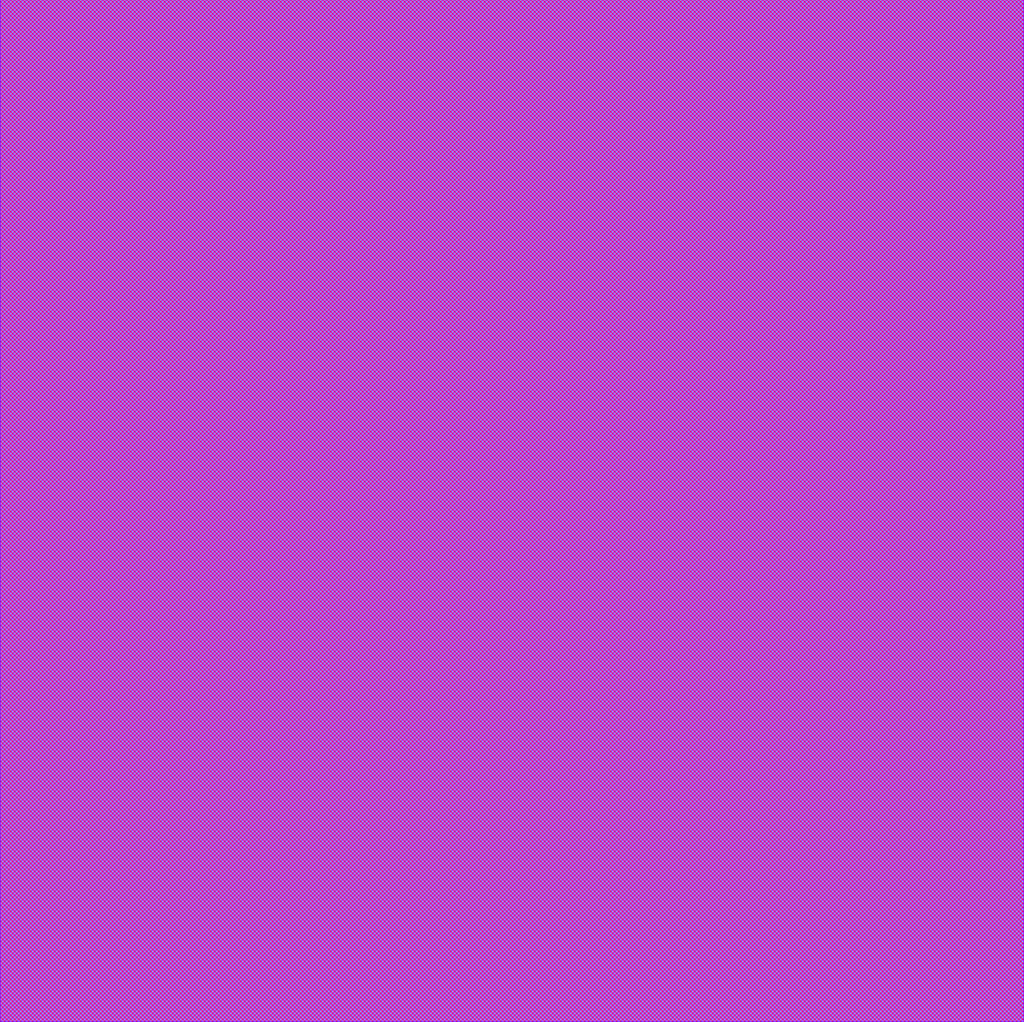
<source format=lef>
##
## LEF for PtnCells ;
## created by Innovus v15.23-s045_1 on Sat Mar 15 21:03:53 2025
##

VERSION 5.8 ;

BUSBITCHARS "[]" ;
DIVIDERCHAR "/" ;

MACRO core
  CLASS BLOCK ;
  SIZE 614.0000 BY 613.4000 ;
  FOREIGN core 0.0000 0.0000 ;
  ORIGIN 0 0 ;
  SYMMETRY X Y R90 ;
  PIN clk
    DIRECTION INPUT ;
    USE SIGNAL ;
  END clk
  PIN sum_out[23]
    DIRECTION OUTPUT ;
    USE SIGNAL ;
  END sum_out[23]
  PIN sum_out[22]
    DIRECTION OUTPUT ;
    USE SIGNAL ;
  END sum_out[22]
  PIN sum_out[21]
    DIRECTION OUTPUT ;
    USE SIGNAL ;
  END sum_out[21]
  PIN sum_out[20]
    DIRECTION OUTPUT ;
    USE SIGNAL ;
  END sum_out[20]
  PIN sum_out[19]
    DIRECTION OUTPUT ;
    USE SIGNAL ;
  END sum_out[19]
  PIN sum_out[18]
    DIRECTION OUTPUT ;
    USE SIGNAL ;
  END sum_out[18]
  PIN sum_out[17]
    DIRECTION OUTPUT ;
    USE SIGNAL ;
  END sum_out[17]
  PIN sum_out[16]
    DIRECTION OUTPUT ;
    USE SIGNAL ;
  END sum_out[16]
  PIN sum_out[15]
    DIRECTION OUTPUT ;
    USE SIGNAL ;
  END sum_out[15]
  PIN sum_out[14]
    DIRECTION OUTPUT ;
    USE SIGNAL ;
  END sum_out[14]
  PIN sum_out[13]
    DIRECTION OUTPUT ;
    USE SIGNAL ;
  END sum_out[13]
  PIN sum_out[12]
    DIRECTION OUTPUT ;
    USE SIGNAL ;
  END sum_out[12]
  PIN sum_out[11]
    DIRECTION OUTPUT ;
    USE SIGNAL ;
  END sum_out[11]
  PIN sum_out[10]
    DIRECTION OUTPUT ;
    USE SIGNAL ;
  END sum_out[10]
  PIN sum_out[9]
    DIRECTION OUTPUT ;
    USE SIGNAL ;
  END sum_out[9]
  PIN sum_out[8]
    DIRECTION OUTPUT ;
    USE SIGNAL ;
  END sum_out[8]
  PIN sum_out[7]
    DIRECTION OUTPUT ;
    USE SIGNAL ;
  END sum_out[7]
  PIN sum_out[6]
    DIRECTION OUTPUT ;
    USE SIGNAL ;
  END sum_out[6]
  PIN sum_out[5]
    DIRECTION OUTPUT ;
    USE SIGNAL ;
  END sum_out[5]
  PIN sum_out[4]
    DIRECTION OUTPUT ;
    USE SIGNAL ;
  END sum_out[4]
  PIN sum_out[3]
    DIRECTION OUTPUT ;
    USE SIGNAL ;
  END sum_out[3]
  PIN sum_out[2]
    DIRECTION OUTPUT ;
    USE SIGNAL ;
  END sum_out[2]
  PIN sum_out[1]
    DIRECTION OUTPUT ;
    USE SIGNAL ;
  END sum_out[1]
  PIN sum_out[0]
    DIRECTION OUTPUT ;
    USE SIGNAL ;
  END sum_out[0]
  PIN mem_in[63]
    DIRECTION INPUT ;
    USE SIGNAL ;
  END mem_in[63]
  PIN mem_in[62]
    DIRECTION INPUT ;
    USE SIGNAL ;
  END mem_in[62]
  PIN mem_in[61]
    DIRECTION INPUT ;
    USE SIGNAL ;
  END mem_in[61]
  PIN mem_in[60]
    DIRECTION INPUT ;
    USE SIGNAL ;
  END mem_in[60]
  PIN mem_in[59]
    DIRECTION INPUT ;
    USE SIGNAL ;
  END mem_in[59]
  PIN mem_in[58]
    DIRECTION INPUT ;
    USE SIGNAL ;
  END mem_in[58]
  PIN mem_in[57]
    DIRECTION INPUT ;
    USE SIGNAL ;
  END mem_in[57]
  PIN mem_in[56]
    DIRECTION INPUT ;
    USE SIGNAL ;
  END mem_in[56]
  PIN mem_in[55]
    DIRECTION INPUT ;
    USE SIGNAL ;
  END mem_in[55]
  PIN mem_in[54]
    DIRECTION INPUT ;
    USE SIGNAL ;
  END mem_in[54]
  PIN mem_in[53]
    DIRECTION INPUT ;
    USE SIGNAL ;
  END mem_in[53]
  PIN mem_in[52]
    DIRECTION INPUT ;
    USE SIGNAL ;
  END mem_in[52]
  PIN mem_in[51]
    DIRECTION INPUT ;
    USE SIGNAL ;
  END mem_in[51]
  PIN mem_in[50]
    DIRECTION INPUT ;
    USE SIGNAL ;
  END mem_in[50]
  PIN mem_in[49]
    DIRECTION INPUT ;
    USE SIGNAL ;
  END mem_in[49]
  PIN mem_in[48]
    DIRECTION INPUT ;
    USE SIGNAL ;
  END mem_in[48]
  PIN mem_in[47]
    DIRECTION INPUT ;
    USE SIGNAL ;
  END mem_in[47]
  PIN mem_in[46]
    DIRECTION INPUT ;
    USE SIGNAL ;
  END mem_in[46]
  PIN mem_in[45]
    DIRECTION INPUT ;
    USE SIGNAL ;
  END mem_in[45]
  PIN mem_in[44]
    DIRECTION INPUT ;
    USE SIGNAL ;
  END mem_in[44]
  PIN mem_in[43]
    DIRECTION INPUT ;
    USE SIGNAL ;
  END mem_in[43]
  PIN mem_in[42]
    DIRECTION INPUT ;
    USE SIGNAL ;
  END mem_in[42]
  PIN mem_in[41]
    DIRECTION INPUT ;
    USE SIGNAL ;
  END mem_in[41]
  PIN mem_in[40]
    DIRECTION INPUT ;
    USE SIGNAL ;
  END mem_in[40]
  PIN mem_in[39]
    DIRECTION INPUT ;
    USE SIGNAL ;
  END mem_in[39]
  PIN mem_in[38]
    DIRECTION INPUT ;
    USE SIGNAL ;
  END mem_in[38]
  PIN mem_in[37]
    DIRECTION INPUT ;
    USE SIGNAL ;
  END mem_in[37]
  PIN mem_in[36]
    DIRECTION INPUT ;
    USE SIGNAL ;
  END mem_in[36]
  PIN mem_in[35]
    DIRECTION INPUT ;
    USE SIGNAL ;
  END mem_in[35]
  PIN mem_in[34]
    DIRECTION INPUT ;
    USE SIGNAL ;
  END mem_in[34]
  PIN mem_in[33]
    DIRECTION INPUT ;
    USE SIGNAL ;
  END mem_in[33]
  PIN mem_in[32]
    DIRECTION INPUT ;
    USE SIGNAL ;
  END mem_in[32]
  PIN mem_in[31]
    DIRECTION INPUT ;
    USE SIGNAL ;
  END mem_in[31]
  PIN mem_in[30]
    DIRECTION INPUT ;
    USE SIGNAL ;
  END mem_in[30]
  PIN mem_in[29]
    DIRECTION INPUT ;
    USE SIGNAL ;
  END mem_in[29]
  PIN mem_in[28]
    DIRECTION INPUT ;
    USE SIGNAL ;
  END mem_in[28]
  PIN mem_in[27]
    DIRECTION INPUT ;
    USE SIGNAL ;
  END mem_in[27]
  PIN mem_in[26]
    DIRECTION INPUT ;
    USE SIGNAL ;
  END mem_in[26]
  PIN mem_in[25]
    DIRECTION INPUT ;
    USE SIGNAL ;
  END mem_in[25]
  PIN mem_in[24]
    DIRECTION INPUT ;
    USE SIGNAL ;
  END mem_in[24]
  PIN mem_in[23]
    DIRECTION INPUT ;
    USE SIGNAL ;
  END mem_in[23]
  PIN mem_in[22]
    DIRECTION INPUT ;
    USE SIGNAL ;
  END mem_in[22]
  PIN mem_in[21]
    DIRECTION INPUT ;
    USE SIGNAL ;
  END mem_in[21]
  PIN mem_in[20]
    DIRECTION INPUT ;
    USE SIGNAL ;
  END mem_in[20]
  PIN mem_in[19]
    DIRECTION INPUT ;
    USE SIGNAL ;
  END mem_in[19]
  PIN mem_in[18]
    DIRECTION INPUT ;
    USE SIGNAL ;
  END mem_in[18]
  PIN mem_in[17]
    DIRECTION INPUT ;
    USE SIGNAL ;
  END mem_in[17]
  PIN mem_in[16]
    DIRECTION INPUT ;
    USE SIGNAL ;
  END mem_in[16]
  PIN mem_in[15]
    DIRECTION INPUT ;
    USE SIGNAL ;
  END mem_in[15]
  PIN mem_in[14]
    DIRECTION INPUT ;
    USE SIGNAL ;
  END mem_in[14]
  PIN mem_in[13]
    DIRECTION INPUT ;
    USE SIGNAL ;
  END mem_in[13]
  PIN mem_in[12]
    DIRECTION INPUT ;
    USE SIGNAL ;
  END mem_in[12]
  PIN mem_in[11]
    DIRECTION INPUT ;
    USE SIGNAL ;
  END mem_in[11]
  PIN mem_in[10]
    DIRECTION INPUT ;
    USE SIGNAL ;
  END mem_in[10]
  PIN mem_in[9]
    DIRECTION INPUT ;
    USE SIGNAL ;
  END mem_in[9]
  PIN mem_in[8]
    DIRECTION INPUT ;
    USE SIGNAL ;
  END mem_in[8]
  PIN mem_in[7]
    DIRECTION INPUT ;
    USE SIGNAL ;
  END mem_in[7]
  PIN mem_in[6]
    DIRECTION INPUT ;
    USE SIGNAL ;
  END mem_in[6]
  PIN mem_in[5]
    DIRECTION INPUT ;
    USE SIGNAL ;
  END mem_in[5]
  PIN mem_in[4]
    DIRECTION INPUT ;
    USE SIGNAL ;
  END mem_in[4]
  PIN mem_in[3]
    DIRECTION INPUT ;
    USE SIGNAL ;
  END mem_in[3]
  PIN mem_in[2]
    DIRECTION INPUT ;
    USE SIGNAL ;
  END mem_in[2]
  PIN mem_in[1]
    DIRECTION INPUT ;
    USE SIGNAL ;
  END mem_in[1]
  PIN mem_in[0]
    DIRECTION INPUT ;
    USE SIGNAL ;
  END mem_in[0]
  PIN out[159]
    DIRECTION OUTPUT ;
    USE SIGNAL ;
  END out[159]
  PIN out[158]
    DIRECTION OUTPUT ;
    USE SIGNAL ;
  END out[158]
  PIN out[157]
    DIRECTION OUTPUT ;
    USE SIGNAL ;
  END out[157]
  PIN out[156]
    DIRECTION OUTPUT ;
    USE SIGNAL ;
  END out[156]
  PIN out[155]
    DIRECTION OUTPUT ;
    USE SIGNAL ;
  END out[155]
  PIN out[154]
    DIRECTION OUTPUT ;
    USE SIGNAL ;
  END out[154]
  PIN out[153]
    DIRECTION OUTPUT ;
    USE SIGNAL ;
  END out[153]
  PIN out[152]
    DIRECTION OUTPUT ;
    USE SIGNAL ;
  END out[152]
  PIN out[151]
    DIRECTION OUTPUT ;
    USE SIGNAL ;
  END out[151]
  PIN out[150]
    DIRECTION OUTPUT ;
    USE SIGNAL ;
  END out[150]
  PIN out[149]
    DIRECTION OUTPUT ;
    USE SIGNAL ;
  END out[149]
  PIN out[148]
    DIRECTION OUTPUT ;
    USE SIGNAL ;
  END out[148]
  PIN out[147]
    DIRECTION OUTPUT ;
    USE SIGNAL ;
  END out[147]
  PIN out[146]
    DIRECTION OUTPUT ;
    USE SIGNAL ;
  END out[146]
  PIN out[145]
    DIRECTION OUTPUT ;
    USE SIGNAL ;
  END out[145]
  PIN out[144]
    DIRECTION OUTPUT ;
    USE SIGNAL ;
  END out[144]
  PIN out[143]
    DIRECTION OUTPUT ;
    USE SIGNAL ;
  END out[143]
  PIN out[142]
    DIRECTION OUTPUT ;
    USE SIGNAL ;
  END out[142]
  PIN out[141]
    DIRECTION OUTPUT ;
    USE SIGNAL ;
  END out[141]
  PIN out[140]
    DIRECTION OUTPUT ;
    USE SIGNAL ;
  END out[140]
  PIN out[139]
    DIRECTION OUTPUT ;
    USE SIGNAL ;
  END out[139]
  PIN out[138]
    DIRECTION OUTPUT ;
    USE SIGNAL ;
  END out[138]
  PIN out[137]
    DIRECTION OUTPUT ;
    USE SIGNAL ;
  END out[137]
  PIN out[136]
    DIRECTION OUTPUT ;
    USE SIGNAL ;
  END out[136]
  PIN out[135]
    DIRECTION OUTPUT ;
    USE SIGNAL ;
  END out[135]
  PIN out[134]
    DIRECTION OUTPUT ;
    USE SIGNAL ;
  END out[134]
  PIN out[133]
    DIRECTION OUTPUT ;
    USE SIGNAL ;
  END out[133]
  PIN out[132]
    DIRECTION OUTPUT ;
    USE SIGNAL ;
  END out[132]
  PIN out[131]
    DIRECTION OUTPUT ;
    USE SIGNAL ;
  END out[131]
  PIN out[130]
    DIRECTION OUTPUT ;
    USE SIGNAL ;
  END out[130]
  PIN out[129]
    DIRECTION OUTPUT ;
    USE SIGNAL ;
  END out[129]
  PIN out[128]
    DIRECTION OUTPUT ;
    USE SIGNAL ;
  END out[128]
  PIN out[127]
    DIRECTION OUTPUT ;
    USE SIGNAL ;
  END out[127]
  PIN out[126]
    DIRECTION OUTPUT ;
    USE SIGNAL ;
  END out[126]
  PIN out[125]
    DIRECTION OUTPUT ;
    USE SIGNAL ;
  END out[125]
  PIN out[124]
    DIRECTION OUTPUT ;
    USE SIGNAL ;
  END out[124]
  PIN out[123]
    DIRECTION OUTPUT ;
    USE SIGNAL ;
  END out[123]
  PIN out[122]
    DIRECTION OUTPUT ;
    USE SIGNAL ;
  END out[122]
  PIN out[121]
    DIRECTION OUTPUT ;
    USE SIGNAL ;
  END out[121]
  PIN out[120]
    DIRECTION OUTPUT ;
    USE SIGNAL ;
  END out[120]
  PIN out[119]
    DIRECTION OUTPUT ;
    USE SIGNAL ;
  END out[119]
  PIN out[118]
    DIRECTION OUTPUT ;
    USE SIGNAL ;
  END out[118]
  PIN out[117]
    DIRECTION OUTPUT ;
    USE SIGNAL ;
  END out[117]
  PIN out[116]
    DIRECTION OUTPUT ;
    USE SIGNAL ;
  END out[116]
  PIN out[115]
    DIRECTION OUTPUT ;
    USE SIGNAL ;
  END out[115]
  PIN out[114]
    DIRECTION OUTPUT ;
    USE SIGNAL ;
  END out[114]
  PIN out[113]
    DIRECTION OUTPUT ;
    USE SIGNAL ;
  END out[113]
  PIN out[112]
    DIRECTION OUTPUT ;
    USE SIGNAL ;
  END out[112]
  PIN out[111]
    DIRECTION OUTPUT ;
    USE SIGNAL ;
  END out[111]
  PIN out[110]
    DIRECTION OUTPUT ;
    USE SIGNAL ;
  END out[110]
  PIN out[109]
    DIRECTION OUTPUT ;
    USE SIGNAL ;
  END out[109]
  PIN out[108]
    DIRECTION OUTPUT ;
    USE SIGNAL ;
  END out[108]
  PIN out[107]
    DIRECTION OUTPUT ;
    USE SIGNAL ;
  END out[107]
  PIN out[106]
    DIRECTION OUTPUT ;
    USE SIGNAL ;
  END out[106]
  PIN out[105]
    DIRECTION OUTPUT ;
    USE SIGNAL ;
  END out[105]
  PIN out[104]
    DIRECTION OUTPUT ;
    USE SIGNAL ;
  END out[104]
  PIN out[103]
    DIRECTION OUTPUT ;
    USE SIGNAL ;
  END out[103]
  PIN out[102]
    DIRECTION OUTPUT ;
    USE SIGNAL ;
  END out[102]
  PIN out[101]
    DIRECTION OUTPUT ;
    USE SIGNAL ;
  END out[101]
  PIN out[100]
    DIRECTION OUTPUT ;
    USE SIGNAL ;
  END out[100]
  PIN out[99]
    DIRECTION OUTPUT ;
    USE SIGNAL ;
  END out[99]
  PIN out[98]
    DIRECTION OUTPUT ;
    USE SIGNAL ;
  END out[98]
  PIN out[97]
    DIRECTION OUTPUT ;
    USE SIGNAL ;
  END out[97]
  PIN out[96]
    DIRECTION OUTPUT ;
    USE SIGNAL ;
  END out[96]
  PIN out[95]
    DIRECTION OUTPUT ;
    USE SIGNAL ;
  END out[95]
  PIN out[94]
    DIRECTION OUTPUT ;
    USE SIGNAL ;
  END out[94]
  PIN out[93]
    DIRECTION OUTPUT ;
    USE SIGNAL ;
  END out[93]
  PIN out[92]
    DIRECTION OUTPUT ;
    USE SIGNAL ;
  END out[92]
  PIN out[91]
    DIRECTION OUTPUT ;
    USE SIGNAL ;
  END out[91]
  PIN out[90]
    DIRECTION OUTPUT ;
    USE SIGNAL ;
  END out[90]
  PIN out[89]
    DIRECTION OUTPUT ;
    USE SIGNAL ;
  END out[89]
  PIN out[88]
    DIRECTION OUTPUT ;
    USE SIGNAL ;
  END out[88]
  PIN out[87]
    DIRECTION OUTPUT ;
    USE SIGNAL ;
  END out[87]
  PIN out[86]
    DIRECTION OUTPUT ;
    USE SIGNAL ;
  END out[86]
  PIN out[85]
    DIRECTION OUTPUT ;
    USE SIGNAL ;
  END out[85]
  PIN out[84]
    DIRECTION OUTPUT ;
    USE SIGNAL ;
  END out[84]
  PIN out[83]
    DIRECTION OUTPUT ;
    USE SIGNAL ;
  END out[83]
  PIN out[82]
    DIRECTION OUTPUT ;
    USE SIGNAL ;
  END out[82]
  PIN out[81]
    DIRECTION OUTPUT ;
    USE SIGNAL ;
  END out[81]
  PIN out[80]
    DIRECTION OUTPUT ;
    USE SIGNAL ;
  END out[80]
  PIN out[79]
    DIRECTION OUTPUT ;
    USE SIGNAL ;
  END out[79]
  PIN out[78]
    DIRECTION OUTPUT ;
    USE SIGNAL ;
  END out[78]
  PIN out[77]
    DIRECTION OUTPUT ;
    USE SIGNAL ;
  END out[77]
  PIN out[76]
    DIRECTION OUTPUT ;
    USE SIGNAL ;
  END out[76]
  PIN out[75]
    DIRECTION OUTPUT ;
    USE SIGNAL ;
  END out[75]
  PIN out[74]
    DIRECTION OUTPUT ;
    USE SIGNAL ;
  END out[74]
  PIN out[73]
    DIRECTION OUTPUT ;
    USE SIGNAL ;
  END out[73]
  PIN out[72]
    DIRECTION OUTPUT ;
    USE SIGNAL ;
  END out[72]
  PIN out[71]
    DIRECTION OUTPUT ;
    USE SIGNAL ;
  END out[71]
  PIN out[70]
    DIRECTION OUTPUT ;
    USE SIGNAL ;
  END out[70]
  PIN out[69]
    DIRECTION OUTPUT ;
    USE SIGNAL ;
  END out[69]
  PIN out[68]
    DIRECTION OUTPUT ;
    USE SIGNAL ;
  END out[68]
  PIN out[67]
    DIRECTION OUTPUT ;
    USE SIGNAL ;
  END out[67]
  PIN out[66]
    DIRECTION OUTPUT ;
    USE SIGNAL ;
  END out[66]
  PIN out[65]
    DIRECTION OUTPUT ;
    USE SIGNAL ;
  END out[65]
  PIN out[64]
    DIRECTION OUTPUT ;
    USE SIGNAL ;
  END out[64]
  PIN out[63]
    DIRECTION OUTPUT ;
    USE SIGNAL ;
  END out[63]
  PIN out[62]
    DIRECTION OUTPUT ;
    USE SIGNAL ;
  END out[62]
  PIN out[61]
    DIRECTION OUTPUT ;
    USE SIGNAL ;
  END out[61]
  PIN out[60]
    DIRECTION OUTPUT ;
    USE SIGNAL ;
  END out[60]
  PIN out[59]
    DIRECTION OUTPUT ;
    USE SIGNAL ;
  END out[59]
  PIN out[58]
    DIRECTION OUTPUT ;
    USE SIGNAL ;
  END out[58]
  PIN out[57]
    DIRECTION OUTPUT ;
    USE SIGNAL ;
  END out[57]
  PIN out[56]
    DIRECTION OUTPUT ;
    USE SIGNAL ;
  END out[56]
  PIN out[55]
    DIRECTION OUTPUT ;
    USE SIGNAL ;
  END out[55]
  PIN out[54]
    DIRECTION OUTPUT ;
    USE SIGNAL ;
  END out[54]
  PIN out[53]
    DIRECTION OUTPUT ;
    USE SIGNAL ;
  END out[53]
  PIN out[52]
    DIRECTION OUTPUT ;
    USE SIGNAL ;
  END out[52]
  PIN out[51]
    DIRECTION OUTPUT ;
    USE SIGNAL ;
  END out[51]
  PIN out[50]
    DIRECTION OUTPUT ;
    USE SIGNAL ;
  END out[50]
  PIN out[49]
    DIRECTION OUTPUT ;
    USE SIGNAL ;
  END out[49]
  PIN out[48]
    DIRECTION OUTPUT ;
    USE SIGNAL ;
  END out[48]
  PIN out[47]
    DIRECTION OUTPUT ;
    USE SIGNAL ;
  END out[47]
  PIN out[46]
    DIRECTION OUTPUT ;
    USE SIGNAL ;
  END out[46]
  PIN out[45]
    DIRECTION OUTPUT ;
    USE SIGNAL ;
  END out[45]
  PIN out[44]
    DIRECTION OUTPUT ;
    USE SIGNAL ;
  END out[44]
  PIN out[43]
    DIRECTION OUTPUT ;
    USE SIGNAL ;
  END out[43]
  PIN out[42]
    DIRECTION OUTPUT ;
    USE SIGNAL ;
  END out[42]
  PIN out[41]
    DIRECTION OUTPUT ;
    USE SIGNAL ;
  END out[41]
  PIN out[40]
    DIRECTION OUTPUT ;
    USE SIGNAL ;
  END out[40]
  PIN out[39]
    DIRECTION OUTPUT ;
    USE SIGNAL ;
  END out[39]
  PIN out[38]
    DIRECTION OUTPUT ;
    USE SIGNAL ;
  END out[38]
  PIN out[37]
    DIRECTION OUTPUT ;
    USE SIGNAL ;
  END out[37]
  PIN out[36]
    DIRECTION OUTPUT ;
    USE SIGNAL ;
  END out[36]
  PIN out[35]
    DIRECTION OUTPUT ;
    USE SIGNAL ;
  END out[35]
  PIN out[34]
    DIRECTION OUTPUT ;
    USE SIGNAL ;
  END out[34]
  PIN out[33]
    DIRECTION OUTPUT ;
    USE SIGNAL ;
  END out[33]
  PIN out[32]
    DIRECTION OUTPUT ;
    USE SIGNAL ;
  END out[32]
  PIN out[31]
    DIRECTION OUTPUT ;
    USE SIGNAL ;
  END out[31]
  PIN out[30]
    DIRECTION OUTPUT ;
    USE SIGNAL ;
  END out[30]
  PIN out[29]
    DIRECTION OUTPUT ;
    USE SIGNAL ;
  END out[29]
  PIN out[28]
    DIRECTION OUTPUT ;
    USE SIGNAL ;
  END out[28]
  PIN out[27]
    DIRECTION OUTPUT ;
    USE SIGNAL ;
  END out[27]
  PIN out[26]
    DIRECTION OUTPUT ;
    USE SIGNAL ;
  END out[26]
  PIN out[25]
    DIRECTION OUTPUT ;
    USE SIGNAL ;
  END out[25]
  PIN out[24]
    DIRECTION OUTPUT ;
    USE SIGNAL ;
  END out[24]
  PIN out[23]
    DIRECTION OUTPUT ;
    USE SIGNAL ;
  END out[23]
  PIN out[22]
    DIRECTION OUTPUT ;
    USE SIGNAL ;
  END out[22]
  PIN out[21]
    DIRECTION OUTPUT ;
    USE SIGNAL ;
  END out[21]
  PIN out[20]
    DIRECTION OUTPUT ;
    USE SIGNAL ;
  END out[20]
  PIN out[19]
    DIRECTION OUTPUT ;
    USE SIGNAL ;
  END out[19]
  PIN out[18]
    DIRECTION OUTPUT ;
    USE SIGNAL ;
  END out[18]
  PIN out[17]
    DIRECTION OUTPUT ;
    USE SIGNAL ;
  END out[17]
  PIN out[16]
    DIRECTION OUTPUT ;
    USE SIGNAL ;
  END out[16]
  PIN out[15]
    DIRECTION OUTPUT ;
    USE SIGNAL ;
  END out[15]
  PIN out[14]
    DIRECTION OUTPUT ;
    USE SIGNAL ;
  END out[14]
  PIN out[13]
    DIRECTION OUTPUT ;
    USE SIGNAL ;
  END out[13]
  PIN out[12]
    DIRECTION OUTPUT ;
    USE SIGNAL ;
  END out[12]
  PIN out[11]
    DIRECTION OUTPUT ;
    USE SIGNAL ;
  END out[11]
  PIN out[10]
    DIRECTION OUTPUT ;
    USE SIGNAL ;
  END out[10]
  PIN out[9]
    DIRECTION OUTPUT ;
    USE SIGNAL ;
  END out[9]
  PIN out[8]
    DIRECTION OUTPUT ;
    USE SIGNAL ;
  END out[8]
  PIN out[7]
    DIRECTION OUTPUT ;
    USE SIGNAL ;
  END out[7]
  PIN out[6]
    DIRECTION OUTPUT ;
    USE SIGNAL ;
  END out[6]
  PIN out[5]
    DIRECTION OUTPUT ;
    USE SIGNAL ;
  END out[5]
  PIN out[4]
    DIRECTION OUTPUT ;
    USE SIGNAL ;
  END out[4]
  PIN out[3]
    DIRECTION OUTPUT ;
    USE SIGNAL ;
  END out[3]
  PIN out[2]
    DIRECTION OUTPUT ;
    USE SIGNAL ;
  END out[2]
  PIN out[1]
    DIRECTION OUTPUT ;
    USE SIGNAL ;
  END out[1]
  PIN out[0]
    DIRECTION OUTPUT ;
    USE SIGNAL ;
  END out[0]
  PIN inst[19]
    DIRECTION INPUT ;
    USE SIGNAL ;
  END inst[19]
  PIN inst[18]
    DIRECTION INPUT ;
    USE SIGNAL ;
  END inst[18]
  PIN inst[17]
    DIRECTION INPUT ;
    USE SIGNAL ;
  END inst[17]
  PIN inst[16]
    DIRECTION INPUT ;
    USE SIGNAL ;
  END inst[16]
  PIN inst[15]
    DIRECTION INPUT ;
    USE SIGNAL ;
  END inst[15]
  PIN inst[14]
    DIRECTION INPUT ;
    USE SIGNAL ;
  END inst[14]
  PIN inst[13]
    DIRECTION INPUT ;
    USE SIGNAL ;
  END inst[13]
  PIN inst[12]
    DIRECTION INPUT ;
    USE SIGNAL ;
  END inst[12]
  PIN inst[11]
    DIRECTION INPUT ;
    USE SIGNAL ;
  END inst[11]
  PIN inst[10]
    DIRECTION INPUT ;
    USE SIGNAL ;
  END inst[10]
  PIN inst[9]
    DIRECTION INPUT ;
    USE SIGNAL ;
  END inst[9]
  PIN inst[8]
    DIRECTION INPUT ;
    USE SIGNAL ;
  END inst[8]
  PIN inst[7]
    DIRECTION INPUT ;
    USE SIGNAL ;
  END inst[7]
  PIN inst[6]
    DIRECTION INPUT ;
    USE SIGNAL ;
  END inst[6]
  PIN inst[5]
    DIRECTION INPUT ;
    USE SIGNAL ;
  END inst[5]
  PIN inst[4]
    DIRECTION INPUT ;
    USE SIGNAL ;
  END inst[4]
  PIN inst[3]
    DIRECTION INPUT ;
    USE SIGNAL ;
  END inst[3]
  PIN inst[2]
    DIRECTION INPUT ;
    USE SIGNAL ;
  END inst[2]
  PIN inst[1]
    DIRECTION INPUT ;
    USE SIGNAL ;
  END inst[1]
  PIN inst[0]
    DIRECTION INPUT ;
    USE SIGNAL ;
  END inst[0]
  PIN reset
    DIRECTION INPUT ;
    USE SIGNAL ;
  END reset
  OBS
    LAYER M1 ;
      RECT 0.0000 0.0000 614.0000 613.4000 ;
    LAYER M2 ;
      RECT 0.0000 0.0000 614.0000 613.4000 ;
    LAYER M3 ;
      RECT 0.0000 0.0000 614.0000 613.4000 ;
    LAYER M4 ;
      RECT 0.0000 0.0000 614.0000 613.4000 ;
    LAYER M5 ;
      RECT 0.0000 0.0000 614.0000 613.4000 ;
    LAYER M6 ;
      RECT 0.0000 0.0000 614.0000 613.4000 ;
    LAYER M7 ;
      RECT 0.0000 0.0000 614.0000 613.4000 ;
    LAYER M8 ;
      RECT 0.0000 0.0000 614.0000 613.4000 ;
  END
END core

END LIBRARY

</source>
